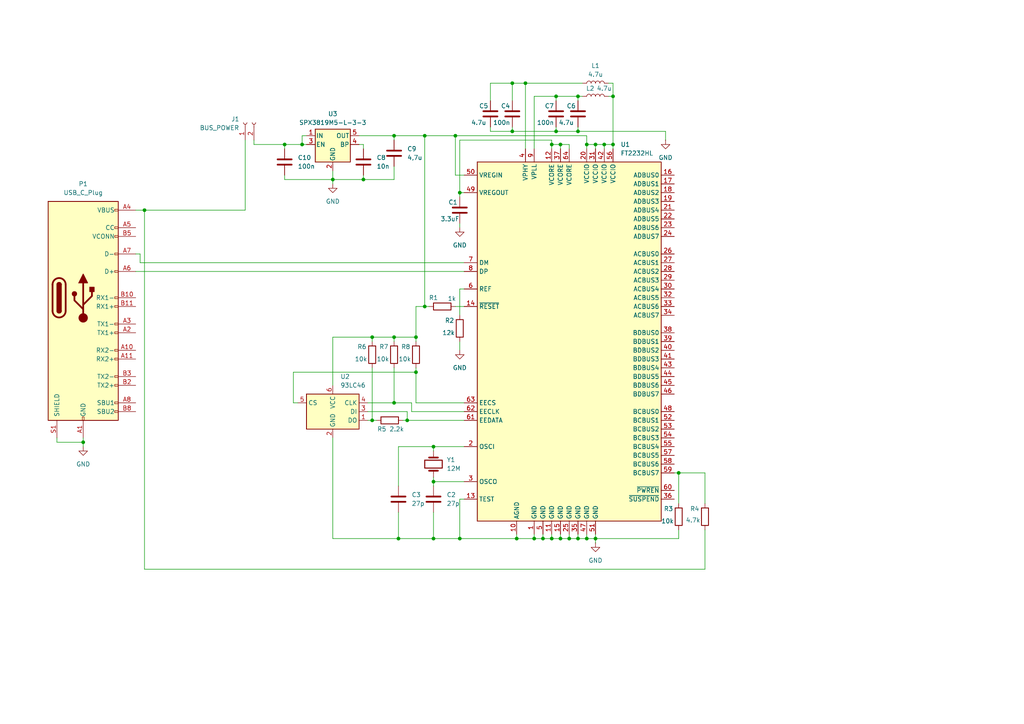
<source format=kicad_sch>
(kicad_sch (version 20231120) (generator "eeschema") (generator_version "8.0")
  (paper "A4")
  (lib_symbols
    (symbol "Connector:Conn_01x02_Socket" (pin_names (offset 1.016) hide)
      (property "Reference" "J" (at 0 2.54 0))
      (property "Value" "Conn_01x02_Socket" (at 0 -5.08 0))
      (symbol "Conn_01x02_Socket_1_1"
        (arc (start 0 -2.032) (mid -0.5058 -2.54) (end 0 -3.048) (stroke (width 0.1524)))
        (polyline (pts (xy -1.27 -2.54) (xy -0.508 -2.54)) (stroke (width 0.1524)))
        (polyline (pts (xy -1.27 0) (xy -0.508 0)) (stroke (width 0.1524)))
        (arc (start 0 0.508) (mid -0.5058 0) (end 0 -0.508) (stroke (width 0.1524)))
        (pin passive line (at -5.08 0 0) (length 3.81) (name "Pin_1") (number "1"))
        (pin passive line (at -5.08 -2.54 0) (length 3.81) (name "Pin_2") (number "2"))
      )
    )
    (symbol "Connector:USB_C_Plug" (pin_names (offset 1.016))
      (property "Reference" "P" (at -10.16 29.21 0))
      (property "Value" "USB_C_Plug" (at 10.16 29.21 0))
      (symbol "USB_C_Plug_0_0"
        (rectangle (start -0.254 -35.56) (end 0.254 -34.544))
        (rectangle (start 10.16 -32.766) (end 9.144 -33.274))
        (rectangle (start 10.16 -30.226) (end 9.144 -30.734))
        (rectangle (start 10.16 -25.146) (end 9.144 -25.654))
        (rectangle (start 10.16 -22.606) (end 9.144 -23.114))
        (rectangle (start 10.16 -17.526) (end 9.144 -18.034))
        (rectangle (start 10.16 -14.986) (end 9.144 -15.494))
        (rectangle (start 10.16 -9.906) (end 9.144 -10.414))
        (rectangle (start 10.16 -7.366) (end 9.144 -7.874))
        (rectangle (start 10.16 -2.286) (end 9.144 -2.794))
        (rectangle (start 10.16 0.254) (end 9.144 -0.254))
        (rectangle (start 10.16 7.874) (end 9.144 7.366))
        (rectangle (start 10.16 12.954) (end 9.144 12.446))
        (rectangle (start 10.16 18.034) (end 9.144 17.526))
        (rectangle (start 10.16 20.574) (end 9.144 20.066))
        (rectangle (start 10.16 25.654) (end 9.144 25.146))
      )
      (symbol "USB_C_Plug_0_1"
        (rectangle (start -10.16 27.94) (end 10.16 -35.56) (stroke (width 0.254)) (fill (type background)))
        (arc (start -8.89 -3.81) (mid -6.985 -5.7067) (end -5.08 -3.81) (stroke (width 0.508)))
        (arc (start -7.62 -3.81) (mid -6.985 -4.4423) (end -6.35 -3.81) (stroke (width 0.254)))
        (arc (start -7.62 -3.81) (mid -6.985 -4.4423) (end -6.35 -3.81) (stroke (width 0.254)) (fill (type outline)))
        (rectangle (start -7.62 -3.81) (end -6.35 3.81) (stroke (width 0.254)) (fill (type outline)))
        (arc (start -6.35 3.81) (mid -6.985 4.4423) (end -7.62 3.81) (stroke (width 0.254)))
        (arc (start -6.35 3.81) (mid -6.985 4.4423) (end -7.62 3.81) (stroke (width 0.254)) (fill (type outline)))
        (arc (start -5.08 3.81) (mid -6.985 5.7067) (end -8.89 3.81) (stroke (width 0.508)))
        (polyline (pts (xy -8.89 -3.81) (xy -8.89 3.81)) (stroke (width 0.508)))
        (polyline (pts (xy -5.08 3.81) (xy -5.08 -3.81)) (stroke (width 0.508)))
      )
      (symbol "USB_C_Plug_1_1"
        (circle (center -2.54 1.143) (radius 0.635) (stroke (width 0.254)) (fill (type outline)))
        (circle (center 0 -5.842) (radius 1.27) (fill (type outline)))
        (polyline (pts (xy 0 -5.842) (xy 0 4.318)) (stroke (width 0.508)))
        (polyline (pts (xy 0 -3.302) (xy -2.54 -0.762) (xy -2.54 0.508)) (stroke (width 0.508)))
        (polyline (pts (xy 0 -2.032) (xy 2.54 0.508) (xy 2.54 1.778)) (stroke (width 0.508)))
        (polyline (pts (xy -1.27 4.318) (xy 0 6.858) (xy 1.27 4.318) (xy -1.27 4.318)) (stroke (width 0.254)) (fill (type outline)))
        (rectangle (start 1.905 1.778) (end 3.175 3.048) (stroke (width 0.254)) (fill (type outline)))
        (pin passive line (at 0 -40.64 90) (length 5.08) (name "GND") (number "A1"))
        (pin bidirectional line (at 15.24 -15.24 180) (length 5.08) (name "RX2-") (number "A10"))
        (pin bidirectional line (at 15.24 -17.78 180) (length 5.08) (name "RX2+") (number "A11"))
        (pin passive line (at 0 -40.64 90) (length 5.08) hide (name "GND") (number "A12"))
        (pin bidirectional line (at 15.24 -10.16 180) (length 5.08) (name "TX1+") (number "A2"))
        (pin bidirectional line (at 15.24 -7.62 180) (length 5.08) (name "TX1-") (number "A3"))
        (pin passive line (at 15.24 25.4 180) (length 5.08) (name "VBUS") (number "A4"))
        (pin bidirectional line (at 15.24 20.32 180) (length 5.08) (name "CC") (number "A5"))
        (pin bidirectional line (at 15.24 7.62 180) (length 5.08) (name "D+") (number "A6"))
        (pin bidirectional line (at 15.24 12.7 180) (length 5.08) (name "D-") (number "A7"))
        (pin bidirectional line (at 15.24 -30.48 180) (length 5.08) (name "SBU1") (number "A8"))
        (pin passive line (at 15.24 25.4 180) (length 5.08) hide (name "VBUS") (number "A9"))
        (pin passive line (at 0 -40.64 90) (length 5.08) hide (name "GND") (number "B1"))
        (pin bidirectional line (at 15.24 0 180) (length 5.08) (name "RX1-") (number "B10"))
        (pin bidirectional line (at 15.24 -2.54 180) (length 5.08) (name "RX1+") (number "B11"))
        (pin passive line (at 0 -40.64 90) (length 5.08) hide (name "GND") (number "B12"))
        (pin bidirectional line (at 15.24 -25.4 180) (length 5.08) (name "TX2+") (number "B2"))
        (pin bidirectional line (at 15.24 -22.86 180) (length 5.08) (name "TX2-") (number "B3"))
        (pin passive line (at 15.24 25.4 180) (length 5.08) hide (name "VBUS") (number "B4"))
        (pin bidirectional line (at 15.24 17.78 180) (length 5.08) (name "VCONN") (number "B5"))
        (pin bidirectional line (at 15.24 -33.02 180) (length 5.08) (name "SBU2") (number "B8"))
        (pin passive line (at 15.24 25.4 180) (length 5.08) hide (name "VBUS") (number "B9"))
        (pin passive line (at -7.62 -40.64 90) (length 5.08) (name "SHIELD") (number "S1"))
      )
    )
    (symbol "Device:C" (pin_numbers hide) (pin_names (offset 0.254))
      (property "Reference" "C" (at 0.635 2.54 0))
      (property "Value" "C" (at 0.635 -2.54 0))
      (symbol "C_0_1"
        (polyline (pts (xy -2.032 -0.762) (xy 2.032 -0.762)) (stroke (width 0.508)))
        (polyline (pts (xy -2.032 0.762) (xy 2.032 0.762)) (stroke (width 0.508)))
      )
      (symbol "C_1_1"
        (pin passive line (at 0 3.81 270) (length 2.794) (name "~") (number "1"))
        (pin passive line (at 0 -3.81 90) (length 2.794) (name "~") (number "2"))
      )
    )
    (symbol "Device:Crystal" (pin_numbers hide) (pin_names (offset 1.016) hide)
      (property "Reference" "Y" (at 0 3.81 0))
      (property "Value" "Crystal" (at 0 -3.81 0))
      (symbol "Crystal_0_1"
        (rectangle (start -1.143 2.54) (end 1.143 -2.54) (stroke (width 0.3048)))
        (polyline (pts (xy -2.54 0) (xy -1.905 0)))
        (polyline (pts (xy -1.905 -1.27) (xy -1.905 1.27)) (stroke (width 0.508)))
        (polyline (pts (xy 1.905 -1.27) (xy 1.905 1.27)) (stroke (width 0.508)))
        (polyline (pts (xy 2.54 0) (xy 1.905 0)))
      )
      (symbol "Crystal_1_1"
        (pin passive line (at -3.81 0 0) (length 1.27) (name "1") (number "1"))
        (pin passive line (at 3.81 0 180) (length 1.27) (name "2") (number "2"))
      )
    )
    (symbol "Device:L" (pin_numbers hide) (pin_names (offset 1.016) hide)
      (property "Reference" "L" (at -1.27 0 90))
      (property "Value" "L" (at 1.905 0 90))
      (symbol "L_0_1"
        (arc (start 0 -2.54) (mid 0.6323 -1.905) (end 0 -1.27))
        (arc (start 0 -1.27) (mid 0.6323 -0.635) (end 0 0))
        (arc (start 0 0) (mid 0.6323 0.635) (end 0 1.27))
        (arc (start 0 1.27) (mid 0.6323 1.905) (end 0 2.54))
      )
      (symbol "L_1_1"
        (pin passive line (at 0 3.81 270) (length 1.27) (name "1") (number "1"))
        (pin passive line (at 0 -3.81 90) (length 1.27) (name "2") (number "2"))
      )
    )
    (symbol "Device:R" (pin_numbers hide) (pin_names (offset 0))
      (property "Reference" "R" (at 2.032 0 90))
      (property "Value" "R" (at 0 0 90))
      (symbol "R_0_1"
        (rectangle (start -1.016 -2.54) (end 1.016 2.54) (stroke (width 0.254)))
      )
      (symbol "R_1_1"
        (pin passive line (at 0 3.81 270) (length 1.27) (name "~") (number "1"))
        (pin passive line (at 0 -3.81 90) (length 1.27) (name "~") (number "2"))
      )
    )
    (symbol "Interface_USB:FT2232HL"
      (property "Reference" "U" (at -26.67 53.34 0))
      (property "Value" "FT2232HL" (at 19.05 53.34 0))
      (symbol "FT2232HL_0_1"
        (rectangle (start -26.67 -52.07) (end 26.67 52.07) (stroke (width 0.254)) (fill (type background)))
      )
      (symbol "FT2232HL_1_1"
        (pin power_in line (at -10.16 -55.88 90) (length 3.81) (name "GND") (number "1"))
        (pin power_in line (at -15.24 -55.88 90) (length 3.81) (name "AGND") (number "10"))
        (pin power_in line (at -5.08 -55.88 90) (length 3.81) (name "GND") (number "11"))
        (pin power_in line (at -5.08 55.88 270) (length 3.81) (name "VCORE") (number "12"))
        (pin input line (at -30.48 -45.72 0) (length 3.81) (name "TEST") (number "13"))
        (pin input line (at -30.48 10.16 0) (length 3.81) (name "~{RESET}") (number "14"))
        (pin power_in line (at -2.54 -55.88 90) (length 3.81) (name "GND") (number "15"))
        (pin bidirectional line (at 30.48 48.26 180) (length 3.81) (name "ADBUS0") (number "16"))
        (pin bidirectional line (at 30.48 45.72 180) (length 3.81) (name "ADBUS1") (number "17"))
        (pin bidirectional line (at 30.48 43.18 180) (length 3.81) (name "ADBUS2") (number "18"))
        (pin bidirectional line (at 30.48 40.64 180) (length 3.81) (name "ADBUS3") (number "19"))
        (pin input line (at -30.48 -30.48 0) (length 3.81) (name "OSCI") (number "2"))
        (pin power_in line (at 5.08 55.88 270) (length 3.81) (name "VCCIO") (number "20"))
        (pin bidirectional line (at 30.48 38.1 180) (length 3.81) (name "ADBUS4") (number "21"))
        (pin bidirectional line (at 30.48 35.56 180) (length 3.81) (name "ADBUS5") (number "22"))
        (pin bidirectional line (at 30.48 33.02 180) (length 3.81) (name "ADBUS6") (number "23"))
        (pin bidirectional line (at 30.48 30.48 180) (length 3.81) (name "ADBUS7") (number "24"))
        (pin power_in line (at 0 -55.88 90) (length 3.81) (name "GND") (number "25"))
        (pin bidirectional line (at 30.48 25.4 180) (length 3.81) (name "ACBUS0") (number "26"))
        (pin bidirectional line (at 30.48 22.86 180) (length 3.81) (name "ACBUS1") (number "27"))
        (pin bidirectional line (at 30.48 20.32 180) (length 3.81) (name "ACBUS2") (number "28"))
        (pin bidirectional line (at 30.48 17.78 180) (length 3.81) (name "ACBUS3") (number "29"))
        (pin output line (at -30.48 -40.64 0) (length 3.81) (name "OSCO") (number "3"))
        (pin bidirectional line (at 30.48 15.24 180) (length 3.81) (name "ACBUS4") (number "30"))
        (pin power_in line (at 7.62 55.88 270) (length 3.81) (name "VCCIO") (number "31"))
        (pin bidirectional line (at 30.48 12.7 180) (length 3.81) (name "ACBUS5") (number "32"))
        (pin bidirectional line (at 30.48 10.16 180) (length 3.81) (name "ACBUS6") (number "33"))
        (pin bidirectional line (at 30.48 7.62 180) (length 3.81) (name "ACBUS7") (number "34"))
        (pin power_in line (at 2.54 -55.88 90) (length 3.81) (name "GND") (number "35"))
        (pin output line (at 30.48 -45.72 180) (length 3.81) (name "~{SUSPEND}") (number "36"))
        (pin power_in line (at -2.54 55.88 270) (length 3.81) (name "VCORE") (number "37"))
        (pin bidirectional line (at 30.48 2.54 180) (length 3.81) (name "BDBUS0") (number "38"))
        (pin bidirectional line (at 30.48 0 180) (length 3.81) (name "BDBUS1") (number "39"))
        (pin power_in line (at -12.7 55.88 270) (length 3.81) (name "VPHY") (number "4"))
        (pin bidirectional line (at 30.48 -2.54 180) (length 3.81) (name "BDBUS2") (number "40"))
        (pin bidirectional line (at 30.48 -5.08 180) (length 3.81) (name "BDBUS3") (number "41"))
        (pin power_in line (at 10.16 55.88 270) (length 3.81) (name "VCCIO") (number "42"))
        (pin bidirectional line (at 30.48 -7.62 180) (length 3.81) (name "BDBUS4") (number "43"))
        (pin bidirectional line (at 30.48 -10.16 180) (length 3.81) (name "BDBUS5") (number "44"))
        (pin bidirectional line (at 30.48 -12.7 180) (length 3.81) (name "BDBUS6") (number "45"))
        (pin bidirectional line (at 30.48 -15.24 180) (length 3.81) (name "BDBUS7") (number "46"))
        (pin power_in line (at 5.08 -55.88 90) (length 3.81) (name "GND") (number "47"))
        (pin bidirectional line (at 30.48 -20.32 180) (length 3.81) (name "BCBUS0") (number "48"))
        (pin power_out line (at -30.48 43.18 0) (length 3.81) (name "VREGOUT") (number "49"))
        (pin power_in line (at -7.62 -55.88 90) (length 3.81) (name "GND") (number "5"))
        (pin power_in line (at -30.48 48.26 0) (length 3.81) (name "VREGIN") (number "50"))
        (pin power_in line (at 7.62 -55.88 90) (length 3.81) (name "GND") (number "51"))
        (pin bidirectional line (at 30.48 -22.86 180) (length 3.81) (name "BCBUS1") (number "52"))
        (pin bidirectional line (at 30.48 -25.4 180) (length 3.81) (name "BCBUS2") (number "53"))
        (pin bidirectional line (at 30.48 -27.94 180) (length 3.81) (name "BCBUS3") (number "54"))
        (pin bidirectional line (at 30.48 -30.48 180) (length 3.81) (name "BCBUS4") (number "55"))
        (pin power_in line (at 12.7 55.88 270) (length 3.81) (name "VCCIO") (number "56"))
        (pin bidirectional line (at 30.48 -33.02 180) (length 3.81) (name "BCBUS5") (number "57"))
        (pin bidirectional line (at 30.48 -35.56 180) (length 3.81) (name "BCBUS6") (number "58"))
        (pin bidirectional line (at 30.48 -38.1 180) (length 3.81) (name "BCBUS7") (number "59"))
        (pin output line (at -30.48 15.24 0) (length 3.81) (name "REF") (number "6"))
        (pin output line (at 30.48 -43.18 180) (length 3.81) (name "~{PWREN}") (number "60"))
        (pin bidirectional line (at -30.48 -22.86 0) (length 3.81) (name "EEDATA") (number "61"))
        (pin output line (at -30.48 -20.32 0) (length 3.81) (name "EECLK") (number "62"))
        (pin output line (at -30.48 -17.78 0) (length 3.81) (name "EECS") (number "63"))
        (pin power_in line (at 0 55.88 270) (length 3.81) (name "VCORE") (number "64"))
        (pin bidirectional line (at -30.48 22.86 0) (length 3.81) (name "DM") (number "7"))
        (pin bidirectional line (at -30.48 20.32 0) (length 3.81) (name "DP") (number "8"))
        (pin input line (at -10.16 55.88 270) (length 3.81) (name "VPLL") (number "9"))
      )
    )
    (symbol "Memory_EEPROM:93LCxxBxxOT"
      (property "Reference" "U" (at -6.35 6.35 0))
      (property "Value" "93LCxxBxxOT" (at 7.62 -6.35 0))
      (symbol "93LCxxBxxOT_0_1"
        (rectangle (start -7.62 5.08) (end 7.62 -5.08) (stroke (width 0.254)) (fill (type background)))
      )
      (symbol "93LCxxBxxOT_1_1"
        (pin tri_state line (at 10.16 -2.54 180) (length 2.54) (name "DO") (number "1"))
        (pin power_in line (at 0 -7.62 90) (length 2.54) (name "GND") (number "2"))
        (pin input line (at 10.16 0 180) (length 2.54) (name "DI") (number "3"))
        (pin input line (at 10.16 2.54 180) (length 2.54) (name "CLK") (number "4"))
        (pin input line (at -10.16 2.54 0) (length 2.54) (name "CS") (number "5"))
        (pin power_in line (at 0 7.62 270) (length 2.54) (name "VCC") (number "6"))
      )
    )
    (symbol "Regulator_Linear:SPX3819M5-L-3-3" (pin_names (offset 0.254))
      (property "Reference" "U" (at -3.81 5.715 0))
      (property "Value" "SPX3819M5-L-3-3" (at 0 5.715 0))
      (symbol "SPX3819M5-L-3-3_0_1"
        (rectangle (start -5.08 4.445) (end 5.08 -5.08) (stroke (width 0.254)) (fill (type background)))
      )
      (symbol "SPX3819M5-L-3-3_1_1"
        (pin power_in line (at -7.62 2.54 0) (length 2.54) (name "IN") (number "1"))
        (pin power_in line (at 0 -7.62 90) (length 2.54) (name "GND") (number "2"))
        (pin input line (at -7.62 0 0) (length 2.54) (name "EN") (number "3"))
        (pin input line (at 7.62 0 180) (length 2.54) (name "BP") (number "4"))
        (pin power_out line (at 7.62 2.54 180) (length 2.54) (name "OUT") (number "5"))
      )
    )
    (symbol "power:GND" (power) (pin_numbers hide) (pin_names (offset 0) hide)
      (property "Value" "GND" (at 0 -3.81 0))
      (symbol "GND_0_1"
        (polyline (pts (xy 0 0) (xy 0 -1.27) (xy 1.27 -1.27) (xy 0 -2.54) (xy -1.27 -1.27) (xy 0 -1.27)))
      )
      (symbol "GND_1_1"
        (pin power_in line (at 0 0 270) (length 0) (name "~") (number "1"))
      )
    )
  )
  (junction (at 154.94 156.21))
  (junction (at 162.56 41.91))
  (junction (at 148.59 38.1))
  (junction (at 196.85 137.16))
  (junction (at 165.1 156.21))
  (junction (at 123.19 39.37))
  (junction (at 115.57 156.21))
  (junction (at 167.64 27.94))
  (junction (at 24.13 128.27))
  (junction (at 172.72 156.21))
  (junction (at 118.11 121.92))
  (junction (at 114.3 39.37))
  (junction (at 170.18 156.21))
  (junction (at 125.73 139.7))
  (junction (at 170.18 41.91))
  (junction (at 161.29 27.94))
  (junction (at 125.73 129.54))
  (junction (at 172.72 41.91))
  (junction (at 114.3 116.84))
  (junction (at 162.56 156.21))
  (junction (at 157.48 156.21))
  (junction (at 107.95 97.79))
  (junction (at 105.41 52.07))
  (junction (at 167.64 156.21))
  (junction (at 120.65 107.95))
  (junction (at 161.29 38.1))
  (junction (at 107.95 121.92))
  (junction (at 132.08 39.37))
  (junction (at 149.86 156.21))
  (junction (at 125.73 156.21))
  (junction (at 133.35 55.88))
  (junction (at 96.52 52.07))
  (junction (at 87.63 41.91))
  (junction (at 114.3 97.79))
  (junction (at 152.4 24.13))
  (junction (at 175.26 41.91))
  (junction (at 120.65 97.79))
  (junction (at 82.55 41.91))
  (junction (at 133.35 156.21))
  (junction (at 177.8 41.91))
  (junction (at 177.8 27.94))
  (junction (at 148.59 24.13))
  (junction (at 123.19 88.9))
  (junction (at 167.64 38.1))
  (junction (at 160.02 156.21))
  (junction (at 41.91 60.96))
  (junction (at 160.02 41.91))
  (wire (pts (xy 24.13 127) (xy 24.13 128.27)))
  (wire (pts (xy 88.9 39.37) (xy 87.63 39.37)))
  (wire (pts (xy 167.64 38.1) (xy 161.29 38.1)))
  (wire (pts (xy 125.73 148.59) (xy 125.73 156.21)))
  (wire (pts (xy 204.47 165.1) (xy 41.91 165.1)))
  (wire (pts (xy 107.95 97.79) (xy 107.95 99.06)))
  (wire (pts (xy 133.35 91.44) (xy 133.35 83.82)))
  (wire (pts (xy 120.65 97.79) (xy 120.65 99.06)))
  (wire (pts (xy 134.62 116.84) (xy 120.65 116.84)))
  (wire (pts (xy 167.64 27.94) (xy 167.64 29.21)))
  (wire (pts (xy 105.41 50.8) (xy 105.41 52.07)))
  (wire (pts (xy 160.02 156.21) (xy 162.56 156.21)))
  (wire (pts (xy 114.3 39.37) (xy 114.3 40.64)))
  (wire (pts (xy 119.38 116.84) (xy 119.38 119.38)))
  (wire (pts (xy 133.35 64.77) (xy 133.35 66.04)))
  (wire (pts (xy 134.62 55.88) (xy 133.35 55.88)))
  (wire (pts (xy 120.65 106.68) (xy 120.65 107.95)))
  (wire (pts (xy 170.18 43.18) (xy 170.18 41.91)))
  (wire (pts (xy 96.52 127) (xy 96.52 156.21)))
  (wire (pts (xy 168.91 27.94) (xy 167.64 27.94)))
  (wire (pts (xy 133.35 99.06) (xy 133.35 101.6)))
  (wire (pts (xy 106.68 116.84) (xy 114.3 116.84)))
  (wire (pts (xy 40.64 76.2) (xy 134.62 76.2)))
  (wire (pts (xy 132.08 39.37) (xy 170.18 39.37)))
  (wire (pts (xy 125.73 139.7) (xy 125.73 138.43)))
  (wire (pts (xy 120.65 116.84) (xy 120.65 107.95)))
  (wire (pts (xy 170.18 154.94) (xy 170.18 156.21)))
  (wire (pts (xy 154.94 27.94) (xy 154.94 43.18)))
  (wire (pts (xy 196.85 146.05) (xy 196.85 137.16)))
  (wire (pts (xy 176.53 24.13) (xy 177.8 24.13)))
  (wire (pts (xy 40.64 73.66) (xy 40.64 76.2)))
  (wire (pts (xy 124.46 88.9) (xy 123.19 88.9)))
  (wire (pts (xy 149.86 154.94) (xy 149.86 156.21)))
  (wire (pts (xy 160.02 40.64) (xy 160.02 41.91)))
  (wire (pts (xy 133.35 144.78) (xy 133.35 156.21)))
  (wire (pts (xy 161.29 36.83) (xy 161.29 38.1)))
  (wire (pts (xy 73.66 40.64) (xy 73.66 41.91)))
  (wire (pts (xy 107.95 106.68) (xy 107.95 121.92)))
  (wire (pts (xy 114.3 106.68) (xy 114.3 116.84)))
  (wire (pts (xy 152.4 24.13) (xy 152.4 43.18)))
  (wire (pts (xy 82.55 50.8) (xy 82.55 52.07)))
  (wire (pts (xy 73.66 41.91) (xy 82.55 41.91)))
  (wire (pts (xy 134.62 144.78) (xy 133.35 144.78)))
  (wire (pts (xy 125.73 156.21) (xy 133.35 156.21)))
  (wire (pts (xy 96.52 49.53) (xy 96.52 52.07)))
  (wire (pts (xy 172.72 154.94) (xy 172.72 156.21)))
  (wire (pts (xy 162.56 41.91) (xy 165.1 41.91)))
  (wire (pts (xy 175.26 41.91) (xy 177.8 41.91)))
  (wire (pts (xy 39.37 73.66) (xy 40.64 73.66)))
  (wire (pts (xy 125.73 129.54) (xy 125.73 130.81)))
  (wire (pts (xy 172.72 41.91) (xy 175.26 41.91)))
  (wire (pts (xy 148.59 24.13) (xy 148.59 29.21)))
  (wire (pts (xy 170.18 41.91) (xy 172.72 41.91)))
  (wire (pts (xy 114.3 116.84) (xy 119.38 116.84)))
  (wire (pts (xy 167.64 27.94) (xy 161.29 27.94)))
  (wire (pts (xy 177.8 27.94) (xy 177.8 41.91)))
  (wire (pts (xy 133.35 156.21) (xy 149.86 156.21)))
  (wire (pts (xy 165.1 156.21) (xy 167.64 156.21)))
  (wire (pts (xy 114.3 52.07) (xy 105.41 52.07)))
  (wire (pts (xy 82.55 52.07) (xy 96.52 52.07)))
  (wire (pts (xy 119.38 119.38) (xy 134.62 119.38)))
  (wire (pts (xy 193.04 40.64) (xy 193.04 38.1)))
  (wire (pts (xy 115.57 156.21) (xy 125.73 156.21)))
  (wire (pts (xy 96.52 111.76) (xy 96.52 97.79)))
  (wire (pts (xy 107.95 97.79) (xy 114.3 97.79)))
  (wire (pts (xy 115.57 129.54) (xy 125.73 129.54)))
  (wire (pts (xy 104.14 39.37) (xy 114.3 39.37)))
  (wire (pts (xy 87.63 41.91) (xy 88.9 41.91)))
  (wire (pts (xy 157.48 154.94) (xy 157.48 156.21)))
  (wire (pts (xy 16.51 128.27) (xy 24.13 128.27)))
  (wire (pts (xy 16.51 127) (xy 16.51 128.27)))
  (wire (pts (xy 24.13 128.27) (xy 24.13 129.54)))
  (wire (pts (xy 154.94 27.94) (xy 161.29 27.94)))
  (wire (pts (xy 162.56 154.94) (xy 162.56 156.21)))
  (wire (pts (xy 125.73 139.7) (xy 125.73 140.97)))
  (wire (pts (xy 196.85 137.16) (xy 195.58 137.16)))
  (wire (pts (xy 85.09 116.84) (xy 86.36 116.84)))
  (wire (pts (xy 116.84 121.92) (xy 118.11 121.92)))
  (wire (pts (xy 118.11 119.38) (xy 118.11 121.92)))
  (wire (pts (xy 133.35 83.82) (xy 134.62 83.82)))
  (wire (pts (xy 142.24 38.1) (xy 142.24 36.83)))
  (wire (pts (xy 176.53 27.94) (xy 177.8 27.94)))
  (wire (pts (xy 172.72 156.21) (xy 172.72 157.48)))
  (wire (pts (xy 142.24 24.13) (xy 142.24 29.21)))
  (wire (pts (xy 134.62 139.7) (xy 125.73 139.7)))
  (wire (pts (xy 177.8 24.13) (xy 177.8 27.94)))
  (wire (pts (xy 204.47 146.05) (xy 204.47 137.16)))
  (wire (pts (xy 165.1 154.94) (xy 165.1 156.21)))
  (wire (pts (xy 123.19 88.9) (xy 123.19 39.37)))
  (wire (pts (xy 154.94 156.21) (xy 157.48 156.21)))
  (wire (pts (xy 96.52 52.07) (xy 105.41 52.07)))
  (wire (pts (xy 107.95 121.92) (xy 109.22 121.92)))
  (wire (pts (xy 118.11 121.92) (xy 134.62 121.92)))
  (wire (pts (xy 152.4 24.13) (xy 148.59 24.13)))
  (wire (pts (xy 162.56 41.91) (xy 162.56 43.18)))
  (wire (pts (xy 132.08 88.9) (xy 134.62 88.9)))
  (wire (pts (xy 196.85 156.21) (xy 172.72 156.21)))
  (wire (pts (xy 82.55 41.91) (xy 87.63 41.91)))
  (wire (pts (xy 114.3 48.26) (xy 114.3 52.07)))
  (wire (pts (xy 175.26 41.91) (xy 175.26 43.18)))
  (wire (pts (xy 148.59 36.83) (xy 148.59 38.1)))
  (wire (pts (xy 157.48 156.21) (xy 160.02 156.21)))
  (wire (pts (xy 160.02 43.18) (xy 160.02 41.91)))
  (wire (pts (xy 193.04 38.1) (xy 167.64 38.1)))
  (wire (pts (xy 106.68 119.38) (xy 118.11 119.38)))
  (wire (pts (xy 154.94 154.94) (xy 154.94 156.21)))
  (wire (pts (xy 123.19 39.37) (xy 132.08 39.37)))
  (wire (pts (xy 167.64 154.94) (xy 167.64 156.21)))
  (wire (pts (xy 133.35 40.64) (xy 160.02 40.64)))
  (wire (pts (xy 39.37 78.74) (xy 134.62 78.74)))
  (wire (pts (xy 161.29 38.1) (xy 148.59 38.1)))
  (wire (pts (xy 96.52 52.07) (xy 96.52 53.34)))
  (wire (pts (xy 161.29 27.94) (xy 161.29 29.21)))
  (wire (pts (xy 160.02 154.94) (xy 160.02 156.21)))
  (wire (pts (xy 167.64 156.21) (xy 170.18 156.21)))
  (wire (pts (xy 196.85 153.67) (xy 196.85 156.21)))
  (wire (pts (xy 41.91 60.96) (xy 39.37 60.96)))
  (wire (pts (xy 115.57 140.97) (xy 115.57 129.54)))
  (wire (pts (xy 132.08 50.8) (xy 132.08 39.37)))
  (wire (pts (xy 170.18 39.37) (xy 170.18 41.91)))
  (wire (pts (xy 167.64 36.83) (xy 167.64 38.1)))
  (wire (pts (xy 114.3 39.37) (xy 123.19 39.37)))
  (wire (pts (xy 41.91 165.1) (xy 41.91 60.96)))
  (wire (pts (xy 204.47 153.67) (xy 204.47 165.1)))
  (wire (pts (xy 96.52 97.79) (xy 107.95 97.79)))
  (wire (pts (xy 120.65 107.95) (xy 85.09 107.95)))
  (wire (pts (xy 71.12 60.96) (xy 41.91 60.96)))
  (wire (pts (xy 170.18 156.21) (xy 172.72 156.21)))
  (wire (pts (xy 120.65 88.9) (xy 123.19 88.9)))
  (wire (pts (xy 162.56 156.21) (xy 165.1 156.21)))
  (wire (pts (xy 115.57 148.59) (xy 115.57 156.21)))
  (wire (pts (xy 133.35 55.88) (xy 133.35 40.64)))
  (wire (pts (xy 134.62 129.54) (xy 125.73 129.54)))
  (wire (pts (xy 148.59 24.13) (xy 142.24 24.13)))
  (wire (pts (xy 177.8 41.91) (xy 177.8 43.18)))
  (wire (pts (xy 114.3 97.79) (xy 120.65 97.79)))
  (wire (pts (xy 114.3 97.79) (xy 114.3 99.06)))
  (wire (pts (xy 71.12 40.64) (xy 71.12 60.96)))
  (wire (pts (xy 85.09 107.95) (xy 85.09 116.84)))
  (wire (pts (xy 149.86 156.21) (xy 154.94 156.21)))
  (wire (pts (xy 160.02 41.91) (xy 162.56 41.91)))
  (wire (pts (xy 106.68 121.92) (xy 107.95 121.92)))
  (wire (pts (xy 105.41 43.18) (xy 105.41 41.91)))
  (wire (pts (xy 105.41 41.91) (xy 104.14 41.91)))
  (wire (pts (xy 165.1 41.91) (xy 165.1 43.18)))
  (wire (pts (xy 87.63 39.37) (xy 87.63 41.91)))
  (wire (pts (xy 168.91 24.13) (xy 152.4 24.13)))
  (wire (pts (xy 204.47 137.16) (xy 196.85 137.16)))
  (wire (pts (xy 133.35 55.88) (xy 133.35 57.15)))
  (wire (pts (xy 96.52 156.21) (xy 115.57 156.21)))
  (wire (pts (xy 120.65 97.79) (xy 120.65 88.9)))
  (wire (pts (xy 148.59 38.1) (xy 142.24 38.1)))
  (wire (pts (xy 134.62 50.8) (xy 132.08 50.8)))
  (wire (pts (xy 82.55 43.18) (xy 82.55 41.91)))
  (wire (pts (xy 172.72 41.91) (xy 172.72 43.18)))
  (symbol (lib_id "Device:C") (at 114.3 44.45 0) (unit 1)
    (property "Reference" "C9" (at 118.11 43.1799 0) (effects (justify left)))
    (property "Value" "4,7u" (at 118.11 45.7199 0) (effects (justify left)))
    (property "Description" "Unpolarized capacitor" (effects (hide yes)))
  )
  (symbol (lib_id "Device:C") (at 133.35 60.96 0) (unit 1)
    (property "Reference" "C1" (at 130.048 58.674 0) (effects (justify left)))
    (property "Value" "3.3uF" (at 127.762 63.5 0) (effects (justify left)))
    (property "Description" "Unpolarized capacitor" (effects (hide yes)))
  )
  (symbol (lib_id "power:GND") (at 172.72 157.48 0) (unit 1)
    (property "Reference" "#PWR02" (effects (hide yes)))
    (property "Value" "GND" (at 172.72 162.56 0))
    (property "Description" "Power symbol creates a global label with name \"GND\" , ground" (effects (hide yes)))
  )
  (symbol (lib_id "Connector:Conn_01x02_Socket") (at 71.12 35.56 90) (unit 1)
    (property "Reference" "J1" (at 67.056 34.544 90) (effects (justify right)))
    (property "Value" "BUS_POWER" (at 57.912 37.084 90) (effects (justify right)))
    (property "Description" "Generic connector, single row, 01x02, script generated" (effects (hide yes)))
  )
  (symbol (lib_id "Device:C") (at 161.29 33.02 0) (unit 1)
    (property "Reference" "C7" (at 157.988 30.734 0) (effects (justify left)))
    (property "Value" "100n" (at 155.702 35.56 0) (effects (justify left)))
    (property "Description" "Unpolarized capacitor" (effects (hide yes)))
  )
  (symbol (lib_id "Device:L") (at 172.72 27.94 90) (unit 1)
    (property "Reference" "L2" (at 171.196 25.654 90))
    (property "Value" "4.7u" (at 175.26 25.654 90))
    (property "Description" "Inductor" (effects (hide yes)))
  )
  (symbol (lib_id "Device:C") (at 115.57 144.78 0) (unit 1)
    (property "Reference" "C3" (at 119.38 143.5099 0) (effects (justify left)))
    (property "Value" "27p" (at 119.38 146.0499 0) (effects (justify left)))
    (property "Description" "Unpolarized capacitor" (effects (hide yes)))
  )
  (symbol (lib_id "Device:R") (at 196.85 149.86 0) (unit 1)
    (property "Reference" "R3" (at 192.532 147.574 0) (effects (justify left)))
    (property "Value" "10k" (at 191.77 151.13 0) (effects (justify left)))
    (property "Description" "Resistor" (effects (hide yes)))
  )
  (symbol (lib_id "Regulator_Linear:SPX3819M5-L-3-3") (at 96.52 41.91 0) (unit 1)
    (property "Reference" "U3" (at 96.52 33.02 0))
    (property "Value" "SPX3819M5-L-3-3" (at 96.52 35.56 0))
    (property "Footprint" "Package_TO_SOT_SMD:SOT-23-5" (effects (hide yes)))
    (property "Datasheet" "https://www.exar.com/content/document.ashx?id=22106&languageid=1033&type=Datasheet&partnumber=SPX3819&filename=SPX3819.pdf&part=SPX3819" (effects (hide yes)))
    (property "Description" "500mA Low drop-out regulator, Fixed Output 3.3V, SOT-23-5" (effects (hide yes)))
  )
  (symbol (lib_id "Device:C") (at 125.73 144.78 0) (unit 1)
    (property "Reference" "C2" (at 129.54 143.5099 0) (effects (justify left)))
    (property "Value" "27p" (at 129.54 146.0499 0) (effects (justify left)))
    (property "Description" "Unpolarized capacitor" (effects (hide yes)))
  )
  (symbol (lib_id "Device:R") (at 114.3 102.87 0) (unit 1)
    (property "Reference" "R7" (at 109.982 100.584 0) (effects (justify left)))
    (property "Value" "10k" (at 109.22 104.14 0) (effects (justify left)))
    (property "Description" "Resistor" (effects (hide yes)))
  )
  (symbol (lib_id "Memory_EEPROM:93LCxxBxxOT") (at 96.52 119.38 0) (unit 1)
    (property "Reference" "U2" (at 98.7141 109.22 0) (effects (justify left)))
    (property "Value" "93LC46" (at 98.7141 111.76 0) (effects (justify left)))
    (property "Footprint" "Package_TO_SOT_SMD:SOT-23-6" (effects (hide yes)))
    (property "Datasheet" "http://ww1.microchip.com/downloads/en/DeviceDoc/20001749K.pdf" (effects (hide yes)))
    (property "Description" "Serial EEPROM, 93 Series, 2.5V, SOT-23-6" (effects (hide yes)))
  )
  (symbol (lib_id "Device:C") (at 82.55 46.99 0) (unit 1)
    (property "Reference" "C10" (at 86.36 45.7199 0) (effects (justify left)))
    (property "Value" "100n" (at 86.36 48.2599 0) (effects (justify left)))
    (property "Description" "Unpolarized capacitor" (effects (hide yes)))
  )
  (symbol (lib_id "power:GND") (at 24.13 129.54 0) (unit 1)
    (property "Reference" "#PWR04" (effects (hide yes)))
    (property "Value" "GND" (at 24.13 134.62 0))
    (property "Description" "Power symbol creates a global label with name \"GND\" , ground" (effects (hide yes)))
  )
  (symbol (lib_id "Connector:USB_C_Plug") (at 24.13 86.36 0) (unit 1)
    (property "Reference" "P1" (at 24.13 53.34 0))
    (property "Value" "USB_C_Plug" (at 24.13 55.88 0))
    (property "Datasheet" "https://www.usb.org/sites/default/files/documents/usb_type-c.zip" (effects (hide yes)))
    (property "Description" "USB Type-C Plug connector" (effects (hide yes)))
  )
  (symbol (lib_id "power:GND") (at 96.52 53.34 0) (unit 1)
    (property "Reference" "#PWR06" (effects (hide yes)))
    (property "Value" "GND" (at 96.52 58.42 0))
    (property "Description" "Power symbol creates a global label with name \"GND\" , ground" (effects (hide yes)))
  )
  (symbol (lib_id "Device:C") (at 148.59 33.02 0) (unit 1)
    (property "Reference" "C4" (at 145.288 30.734 0) (effects (justify left)))
    (property "Value" "100n" (at 143.002 35.56 0) (effects (justify left)))
    (property "Description" "Unpolarized capacitor" (effects (hide yes)))
  )
  (symbol (lib_id "Device:Crystal") (at 125.73 134.62 90) (unit 1)
    (property "Reference" "Y1" (at 129.54 133.3499 90) (effects (justify right)))
    (property "Value" "12M" (at 129.54 135.8899 90) (effects (justify right)))
    (property "Description" "Two pin crystal" (effects (hide yes)))
  )
  (symbol (lib_id "Device:C") (at 142.24 33.02 0) (unit 1)
    (property "Reference" "C5" (at 138.938 30.734 0) (effects (justify left)))
    (property "Value" "4.7u" (at 136.652 35.56 0) (effects (justify left)))
    (property "Description" "Unpolarized capacitor" (effects (hide yes)))
  )
  (symbol (lib_id "Device:R") (at 133.35 95.25 0) (unit 1)
    (property "Reference" "R2" (at 129.032 92.964 0) (effects (justify left)))
    (property "Value" "12k" (at 128.27 96.52 0) (effects (justify left)))
    (property "Description" "Resistor" (effects (hide yes)))
  )
  (symbol (lib_id "Device:C") (at 167.64 33.02 0) (unit 1)
    (property "Reference" "C6" (at 164.338 30.734 0) (effects (justify left)))
    (property "Value" "4.7u" (at 162.052 35.56 0) (effects (justify left)))
    (property "Description" "Unpolarized capacitor" (effects (hide yes)))
  )
  (symbol (lib_id "Device:R") (at 120.65 102.87 0) (unit 1)
    (property "Reference" "R8" (at 116.332 100.584 0) (effects (justify left)))
    (property "Value" "10k" (at 115.57 104.14 0) (effects (justify left)))
    (property "Description" "Resistor" (effects (hide yes)))
  )
  (symbol (lib_id "power:GND") (at 133.35 66.04 0) (unit 1)
    (property "Reference" "#PWR01" (effects (hide yes)))
    (property "Value" "GND" (at 133.35 71.12 0))
    (property "Description" "Power symbol creates a global label with name \"GND\" , ground" (effects (hide yes)))
  )
  (symbol (lib_id "Device:R") (at 128.27 88.9 90) (unit 1)
    (property "Reference" "R1" (at 125.73 86.36 90))
    (property "Value" "1k" (at 131.064 86.614 90))
    (property "Description" "Resistor" (effects (hide yes)))
  )
  (symbol (lib_id "Device:R") (at 113.03 121.92 90) (unit 1)
    (property "Reference" "R5" (at 110.744 124.46 90))
    (property "Value" "2.2k" (at 115.062 124.46 90))
    (property "Description" "Resistor" (effects (hide yes)))
  )
  (symbol (lib_id "power:GND") (at 193.04 40.64 0) (unit 1)
    (property "Reference" "#PWR05" (effects (hide yes)))
    (property "Value" "GND" (at 193.04 45.72 0))
    (property "Description" "Power symbol creates a global label with name \"GND\" , ground" (effects (hide yes)))
  )
  (symbol (lib_id "Device:L") (at 172.72 24.13 90) (unit 1)
    (property "Reference" "L1" (at 172.72 19.05 90))
    (property "Value" "4.7u" (at 172.72 21.59 90))
    (property "Description" "Inductor" (effects (hide yes)))
  )
  (symbol (lib_id "Interface_USB:FT2232HL") (at 165.1 99.06 0) (unit 1)
    (property "Reference" "U1" (at 179.9941 41.91 0) (effects (justify left)))
    (property "Value" "FT2232HL" (at 179.9941 44.45 0) (effects (justify left)))
    (property "Footprint" "Package_QFP:LQFP-64_10x10mm_P0.5mm" (effects (hide yes)))
    (property "Datasheet" "https://www.ftdichip.com/Support/Documents/DataSheets/ICs/DS_FT2232H.pdf" (effects (hide yes)))
    (property "Description" "Hi Speed Double Channel USB UART/FIFO, LQFP-64" (effects (hide yes)))
  )
  (symbol (lib_id "Device:C") (at 105.41 46.99 0) (unit 1)
    (property "Reference" "C8" (at 109.22 45.7199 0) (effects (justify left)))
    (property "Value" "10n" (at 109.22 48.2599 0) (effects (justify left)))
    (property "Description" "Unpolarized capacitor" (effects (hide yes)))
  )
  (symbol (lib_id "Device:R") (at 107.95 102.87 0) (unit 1)
    (property "Reference" "R6" (at 103.632 100.584 0) (effects (justify left)))
    (property "Value" "10k" (at 102.87 104.14 0) (effects (justify left)))
    (property "Description" "Resistor" (effects (hide yes)))
  )
  (symbol (lib_id "power:GND") (at 133.35 101.6 0) (unit 1)
    (property "Reference" "#PWR03" (effects (hide yes)))
    (property "Value" "GND" (at 133.35 106.68 0))
    (property "Description" "Power symbol creates a global label with name \"GND\" , ground" (effects (hide yes)))
  )
  (symbol (lib_id "Device:R") (at 204.47 149.86 0) (unit 1)
    (property "Reference" "R4" (at 200.152 147.574 0) (effects (justify left)))
    (property "Value" "4.7k" (at 198.882 150.876 0) (effects (justify left)))
    (property "Description" "Resistor" (effects (hide yes)))
  )
)
</source>
